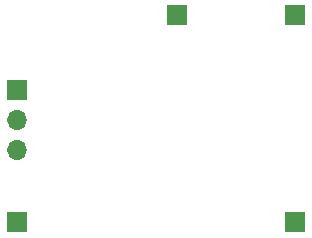
<source format=gbr>
%TF.GenerationSoftware,KiCad,Pcbnew,8.0.4*%
%TF.CreationDate,2024-08-01T19:49:29+02:00*%
%TF.ProjectId,amplification-board,616d706c-6966-4696-9361-74696f6e2d62,rev?*%
%TF.SameCoordinates,Original*%
%TF.FileFunction,Soldermask,Bot*%
%TF.FilePolarity,Negative*%
%FSLAX46Y46*%
G04 Gerber Fmt 4.6, Leading zero omitted, Abs format (unit mm)*
G04 Created by KiCad (PCBNEW 8.0.4) date 2024-08-01 19:49:29*
%MOMM*%
%LPD*%
G01*
G04 APERTURE LIST*
%ADD10R,1.700000X1.700000*%
%ADD11O,1.700000X1.700000*%
G04 APERTURE END LIST*
D10*
%TO.C,J5*%
X154305000Y-102000000D03*
%TD*%
%TO.C,J2*%
X154305000Y-84455000D03*
%TD*%
%TO.C,J1*%
X144305000Y-84455000D03*
%TD*%
%TO.C,J4*%
X130810000Y-102000000D03*
%TD*%
%TO.C,J3*%
X130810000Y-90805000D03*
D11*
X130810000Y-93345000D03*
X130810000Y-95885000D03*
%TD*%
M02*

</source>
